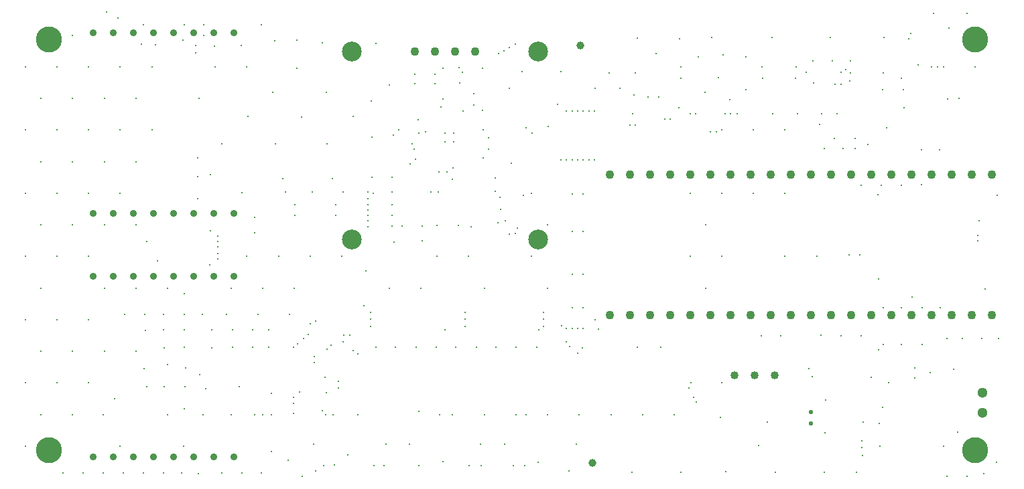
<source format=gbr>
%TF.GenerationSoftware,Altium Limited,Altium Designer,25.5.2 (35)*%
G04 Layer_Color=0*
%FSLAX45Y45*%
%MOMM*%
%TF.SameCoordinates,71E00EFA-37BE-4E02-AFE8-A08B7019828F*%
%TF.FilePolarity,Positive*%
%TF.FileFunction,Plated,1,4,PTH,Drill*%
%TF.Part,Single*%
G01*
G75*
%TA.AperFunction,ComponentDrill*%
%ADD136C,1.00000*%
%ADD137C,1.30000*%
%ADD138C,1.10000*%
%ADD139C,0.88900*%
%ADD140C,1.02000*%
%ADD141C,1.10000*%
%ADD142C,0.55000*%
%TA.AperFunction,ViaDrill,NotFilled*%
%ADD143C,0.20000*%
%ADD144C,2.50000*%
%ADD145C,3.30000*%
D136*
X7262500Y240000D02*
D03*
X7110000Y5520000D02*
D03*
D137*
X12190001Y873000D02*
D03*
Y1127000D02*
D03*
D138*
X5278000Y5445000D02*
D03*
X5532000D02*
D03*
X5024000D02*
D03*
X5786000D02*
D03*
D139*
X2739002Y2603000D02*
D03*
X2231002D02*
D03*
X1977002D02*
D03*
X1723002D02*
D03*
X1469002D02*
D03*
X1215002D02*
D03*
X961002D02*
D03*
X2485002D02*
D03*
Y317000D02*
D03*
X961002D02*
D03*
X1215002D02*
D03*
X1469002D02*
D03*
X1977002D02*
D03*
X2231002D02*
D03*
X2739002D02*
D03*
X1723002D02*
D03*
X2739002Y5683000D02*
D03*
X2231002D02*
D03*
X1977002D02*
D03*
X1723002D02*
D03*
X1469002D02*
D03*
X1215002D02*
D03*
X961002D02*
D03*
X2485002D02*
D03*
Y3397000D02*
D03*
X961002D02*
D03*
X1215002D02*
D03*
X1469002D02*
D03*
X1977002D02*
D03*
X2231002D02*
D03*
X2739002D02*
D03*
X1723002D02*
D03*
D140*
X9567500Y1347500D02*
D03*
X9313500D02*
D03*
X9059500D02*
D03*
D141*
X12313240Y3889253D02*
D03*
X7487240Y2111253D02*
D03*
X12313240D02*
D03*
X12059240D02*
D03*
X11805240D02*
D03*
X11551240D02*
D03*
X11297240D02*
D03*
X11043240D02*
D03*
X10789240D02*
D03*
X10535240D02*
D03*
X10281240D02*
D03*
X10027240D02*
D03*
X9773240D02*
D03*
X9519240D02*
D03*
X9265240D02*
D03*
X9011240D02*
D03*
X12059240Y3889253D02*
D03*
X11805240D02*
D03*
X11551240D02*
D03*
X11297240D02*
D03*
X11043240D02*
D03*
X10789240D02*
D03*
X10535240D02*
D03*
X10281240D02*
D03*
X10027240D02*
D03*
X9773240D02*
D03*
X9519240D02*
D03*
X9265240D02*
D03*
X9011240D02*
D03*
X8757240D02*
D03*
X8503240D02*
D03*
X8249240D02*
D03*
X7995240D02*
D03*
X7741240D02*
D03*
X7487240D02*
D03*
X7741240Y2111253D02*
D03*
X7995240D02*
D03*
X8249240D02*
D03*
X8503240D02*
D03*
X8757240D02*
D03*
D142*
X10030000Y880000D02*
D03*
Y740000D02*
D03*
D143*
X10405535Y1849633D02*
D03*
X12100000Y5249999D02*
D03*
X11700000D02*
D03*
X11900000Y4849999D02*
D03*
X11700000Y450000D02*
D03*
X10900000D02*
D03*
X10100000Y2850000D02*
D03*
X9700000Y4449999D02*
D03*
Y3650000D02*
D03*
Y2850000D02*
D03*
X9300000Y4449999D02*
D03*
Y3650000D02*
D03*
X8900000Y4449999D02*
D03*
Y3650000D02*
D03*
Y2850000D02*
D03*
Y1250000D02*
D03*
X8500000Y3650000D02*
D03*
X8700000Y3250000D02*
D03*
X8500000Y2850000D02*
D03*
X8700000Y2450000D02*
D03*
X8300000Y850000D02*
D03*
X7900000D02*
D03*
X7300000Y2050000D02*
D03*
X7500000Y850000D02*
D03*
X7100000D02*
D03*
X6500000Y3650000D02*
D03*
X6700000Y3250000D02*
D03*
X6500000Y2850000D02*
D03*
X6700000Y2450000D02*
D03*
Y850000D02*
D03*
X6300000D02*
D03*
X5700001Y2850000D02*
D03*
X5900000Y2450000D02*
D03*
Y850000D02*
D03*
X5300001Y2850000D02*
D03*
X5500000Y850000D02*
D03*
X5100000Y2450000D02*
D03*
X4500001Y3650000D02*
D03*
X4700001Y2450000D02*
D03*
X4100001Y2850000D02*
D03*
X4300001Y850000D02*
D03*
X3700001Y2850000D02*
D03*
X3900001Y850000D02*
D03*
X3300001Y2850000D02*
D03*
X3500001Y2450000D02*
D03*
X2900001Y5249999D02*
D03*
Y2850000D02*
D03*
X3100001Y2450000D02*
D03*
Y850000D02*
D03*
X2500001Y5249999D02*
D03*
X2700001Y2450000D02*
D03*
Y850000D02*
D03*
X2300001Y4849999D02*
D03*
X2100001Y450000D02*
D03*
X1700001Y5249999D02*
D03*
Y4449999D02*
D03*
X1900001Y2450000D02*
D03*
Y850000D02*
D03*
X1300001Y5249999D02*
D03*
X1500001Y4849999D02*
D03*
X1300001Y4449999D02*
D03*
X1500001Y4050000D02*
D03*
X1300001Y3650000D02*
D03*
X1500001Y3250000D02*
D03*
Y2450000D02*
D03*
Y1650000D02*
D03*
X1300001Y450000D02*
D03*
X900001Y5249999D02*
D03*
X1100001Y4849999D02*
D03*
X900001Y4449999D02*
D03*
X1100001Y4050000D02*
D03*
X900001Y3650000D02*
D03*
X1100001Y3250000D02*
D03*
X900001Y2850000D02*
D03*
X1100001Y2450000D02*
D03*
X900001Y2050000D02*
D03*
X1100001Y1650000D02*
D03*
X900001Y1250000D02*
D03*
X700001Y5649999D02*
D03*
X500001Y5249999D02*
D03*
X700001Y4849999D02*
D03*
X500001Y4449999D02*
D03*
X700001Y4050000D02*
D03*
X500001Y3650000D02*
D03*
X700001Y3250000D02*
D03*
X500001Y2850000D02*
D03*
Y2050000D02*
D03*
X700001Y1650000D02*
D03*
X500001Y1250000D02*
D03*
X700001Y850000D02*
D03*
X100001Y5249999D02*
D03*
X300001Y4849999D02*
D03*
X100001Y4449999D02*
D03*
X300001Y4050000D02*
D03*
X100001Y3650000D02*
D03*
X300001Y3250000D02*
D03*
X100001Y2850000D02*
D03*
X300001Y2450000D02*
D03*
X100001Y2050000D02*
D03*
X300001Y1650000D02*
D03*
X100001Y1250000D02*
D03*
X300001Y850000D02*
D03*
X100001Y450000D02*
D03*
X5400002Y4410000D02*
D03*
X5510001D02*
D03*
X5400002Y4300000D02*
D03*
X5510001D02*
D03*
X8515000Y1255000D02*
D03*
X6865000Y4070000D02*
D03*
X4460002Y1965000D02*
D03*
Y2055000D02*
D03*
Y2145000D02*
D03*
X5660002Y1965000D02*
D03*
Y2055000D02*
D03*
Y2145000D02*
D03*
X6645001Y1965001D02*
D03*
Y2055001D02*
D03*
Y2145001D02*
D03*
X4202500Y1852500D02*
D03*
X6587500Y1920000D02*
D03*
X6560000Y1700000D02*
D03*
X6300000D02*
D03*
X5040000D02*
D03*
X4780000D02*
D03*
X6977500Y1710000D02*
D03*
X5540000Y1700000D02*
D03*
X5800000D02*
D03*
X6940000Y1770000D02*
D03*
X5290000Y1700000D02*
D03*
X6050000D02*
D03*
X4530000D02*
D03*
X11550000Y5250000D02*
D03*
X11630000Y5247500D02*
D03*
X11260000Y5607500D02*
D03*
X11287500Y5672500D02*
D03*
X5030000Y4077500D02*
D03*
X4986926Y4278924D02*
D03*
X5432500Y3920000D02*
D03*
X5502057Y3970356D02*
D03*
X5155001Y4427500D02*
D03*
X5077109Y4410001D02*
D03*
X5588371Y5043842D02*
D03*
X10890000Y740000D02*
D03*
X10679018Y329018D02*
D03*
X10670001Y430000D02*
D03*
Y520000D02*
D03*
X5067500Y4580000D02*
D03*
X5330001Y3920000D02*
D03*
X5890001Y4450000D02*
D03*
Y4100000D02*
D03*
X11660001Y2202500D02*
D03*
X10940001D02*
D03*
X11170001D02*
D03*
X11430001D02*
D03*
X10873740Y3634074D02*
D03*
X12154750Y3300000D02*
D03*
X12227500Y2442500D02*
D03*
X10645000Y2870000D02*
D03*
X10512500D02*
D03*
X10657500Y3755000D02*
D03*
X10915000D02*
D03*
X11167500D02*
D03*
X11420000Y3757500D02*
D03*
X12379874Y3626124D02*
D03*
X11302500Y2337500D02*
D03*
X10882500Y2570000D02*
D03*
X12135000Y3112500D02*
D03*
Y3047500D02*
D03*
X8575000Y1005000D02*
D03*
X8482378Y1190000D02*
D03*
X1902500Y1480000D02*
D03*
X2107500Y922500D02*
D03*
X2305000Y1355000D02*
D03*
X2125000Y1437500D02*
D03*
X3570000Y1132500D02*
D03*
X3902500Y1130000D02*
D03*
X10522500Y5170000D02*
D03*
Y5330000D02*
D03*
X9835000Y5110000D02*
D03*
X6212500Y3130000D02*
D03*
X4432500Y3225000D02*
D03*
X3672500Y1862500D02*
D03*
X3490000Y990000D02*
D03*
X6070000Y3280000D02*
D03*
X4432500Y3510000D02*
D03*
Y3370000D02*
D03*
X2530000Y2890000D02*
D03*
Y3040000D02*
D03*
X6216543Y5494114D02*
D03*
X6082500Y5417500D02*
D03*
X6107500Y3447500D02*
D03*
X6100000Y3600000D02*
D03*
X6295000Y3140000D02*
D03*
X5230000Y3670000D02*
D03*
X7810000Y4510000D02*
D03*
X7142500Y1690000D02*
D03*
X7150000Y1940000D02*
D03*
X6877500Y1972500D02*
D03*
X7010000Y1940000D02*
D03*
X7290000Y4070000D02*
D03*
X10409705Y5032500D02*
D03*
X10517500Y5072500D02*
D03*
X11377500Y5272500D02*
D03*
X11750000Y4840000D02*
D03*
X9860000Y4660000D02*
D03*
X11170000Y5110000D02*
D03*
X10935005Y4960003D02*
D03*
X2280000Y4100000D02*
D03*
X3617500Y1810000D02*
D03*
X4382500Y2227500D02*
D03*
X5400000Y1925000D02*
D03*
X6397500Y3625000D02*
D03*
X7967499Y4867502D02*
D03*
X8107499Y4867502D02*
D03*
X8072500Y5422500D02*
D03*
X7480000Y5177500D02*
D03*
X7832500Y5610000D02*
D03*
X7807500Y5177500D02*
D03*
X8920000Y5402500D02*
D03*
X10299705Y5330000D02*
D03*
X2437500Y3172500D02*
D03*
X2435000Y2747500D02*
D03*
X1772500Y2792500D02*
D03*
X1622500Y1915000D02*
D03*
X2110000Y1922500D02*
D03*
X1850000Y1920000D02*
D03*
X1230000Y1050000D02*
D03*
X1087500Y847500D02*
D03*
X1605000Y1432500D02*
D03*
X7610000Y4982500D02*
D03*
X8362500Y4732500D02*
D03*
X9415000Y5110000D02*
D03*
X9002500Y4832500D02*
D03*
X8855845Y5111655D02*
D03*
X8692500Y4925000D02*
D03*
X10160000Y4660000D02*
D03*
X9092500D02*
D03*
X7345000Y1927500D02*
D03*
X7012500Y3637500D02*
D03*
Y2205000D02*
D03*
X7010000Y2627500D02*
D03*
X7012500Y3167500D02*
D03*
X7150000D02*
D03*
X7147500Y2627500D02*
D03*
X7150000Y2205000D02*
D03*
Y3637500D02*
D03*
X10270000Y5622500D02*
D03*
X6425000Y4482500D02*
D03*
X4705000Y5017500D02*
D03*
X4244277Y4619277D02*
D03*
X3915000Y4275000D02*
D03*
X3902500Y4925000D02*
D03*
X3591777Y4616777D02*
D03*
X4530874Y5546345D02*
D03*
X3262500Y4272500D02*
D03*
X2585000Y4277500D02*
D03*
X5112500Y3047500D02*
D03*
X4432500Y3300000D02*
D03*
Y3440000D02*
D03*
Y3580000D02*
D03*
Y3670000D02*
D03*
X3857500Y897500D02*
D03*
X6577500Y242500D02*
D03*
X5377500Y252500D02*
D03*
X4177500Y342500D02*
D03*
X11885000Y630000D02*
D03*
X12372500Y247500D02*
D03*
X12215000Y105000D02*
D03*
X11997500Y72500D02*
D03*
X11747500D02*
D03*
X8880000Y810000D02*
D03*
X10690000Y755000D02*
D03*
X10205054Y617500D02*
D03*
X10215000Y1037500D02*
D03*
X8382500Y120000D02*
D03*
X7762500Y122500D02*
D03*
X10195000Y120000D02*
D03*
X10600820Y117093D02*
D03*
X9575000Y122500D02*
D03*
X8948652Y123652D02*
D03*
X3212500Y382500D02*
D03*
X9202500Y4962500D02*
D03*
X3853374Y5551345D02*
D03*
X2440940Y3885000D02*
D03*
X2842500Y3657500D02*
D03*
X3357500Y3835000D02*
D03*
X3977500Y3832500D02*
D03*
X2914277Y4621777D02*
D03*
X3536777Y5229277D02*
D03*
X3225000Y4930000D02*
D03*
X2357500Y5645000D02*
D03*
X2495000Y5515000D02*
D03*
X2827500Y5517500D02*
D03*
X3080000Y5782500D02*
D03*
X2357500Y5785000D02*
D03*
X2107500D02*
D03*
X1125000Y5942500D02*
D03*
X1272500Y5867500D02*
D03*
X1597500Y5787500D02*
D03*
X1742500Y5532500D02*
D03*
X1570000Y5535000D02*
D03*
X2282500Y3857500D02*
D03*
Y3585000D02*
D03*
X3250000Y5582500D02*
D03*
X3530000Y5585000D02*
D03*
X6824516Y4773769D02*
D03*
X4407500Y2665000D02*
D03*
X4762500Y3027500D02*
D03*
X4735000Y3235000D02*
D03*
X4862500D02*
D03*
X5112500Y3237500D02*
D03*
X5300000Y3240000D02*
D03*
X5732500Y3225000D02*
D03*
X5570000Y3240000D02*
D03*
X4962500Y4025000D02*
D03*
X4735000Y3667500D02*
D03*
Y3850000D02*
D03*
X4750000Y4387500D02*
D03*
X11532500Y1377500D02*
D03*
X12400000Y1812500D02*
D03*
X12187500Y1810000D02*
D03*
X11937500D02*
D03*
X11742500D02*
D03*
X9397500Y1847500D02*
D03*
X9647500D02*
D03*
X10152500Y1852500D02*
D03*
X10663457Y1849201D02*
D03*
X7010000Y4690000D02*
D03*
X7150000D02*
D03*
X5380000Y4840000D02*
D03*
Y5232500D02*
D03*
X4482500Y4360000D02*
D03*
Y3850000D02*
D03*
X3602500Y65000D02*
D03*
X3085000Y107500D02*
D03*
X2835000D02*
D03*
X2585000D02*
D03*
X2285000Y105000D02*
D03*
X2075000Y107500D02*
D03*
X4637500Y200000D02*
D03*
X5865000Y202500D02*
D03*
X6867500Y5187500D02*
D03*
X6375000D02*
D03*
X5880000Y4702500D02*
D03*
X6242500Y4030000D02*
D03*
X6042500Y3845000D02*
D03*
X5877500Y5232500D02*
D03*
X6220000Y4977500D02*
D03*
X5635000Y4692500D02*
D03*
X6705000Y4500000D02*
D03*
X10582500Y4220000D02*
D03*
X10132500Y4522500D02*
D03*
X10360000Y4660000D02*
D03*
X10982500Y4477500D02*
D03*
X10940000Y5170000D02*
D03*
X11207500Y4735000D02*
D03*
X9207500Y5377500D02*
D03*
X10055000Y5325000D02*
D03*
X8940000Y4660000D02*
D03*
X7300000Y4982500D02*
D03*
X7290000Y4690000D02*
D03*
X7775000Y4657500D02*
D03*
X8363345Y5606655D02*
D03*
X8600000Y5380000D02*
D03*
X9535000Y5620000D02*
D03*
X10950000Y5622500D02*
D03*
X9540000Y4660000D02*
D03*
X10322500Y4345000D02*
D03*
X10585000Y4347500D02*
D03*
X10747500Y4270000D02*
D03*
X8777500Y5622500D02*
D03*
X2335000Y2120000D02*
D03*
X2647500Y2117500D02*
D03*
X3440000Y2120000D02*
D03*
X3040000D02*
D03*
X2457500Y1922500D02*
D03*
X2720000Y1925000D02*
D03*
X3180000D02*
D03*
X2970000D02*
D03*
Y1700000D02*
D03*
X3180000D02*
D03*
X2720000D02*
D03*
X2457500Y1697500D02*
D03*
X2997500Y3345000D02*
D03*
X3000000Y3147500D02*
D03*
X3510000Y3510000D02*
D03*
Y3367500D02*
D03*
X4020000Y3370000D02*
D03*
Y3510000D02*
D03*
X10929945Y940001D02*
D03*
X10470000Y5217500D02*
D03*
X10059705Y5050000D02*
D03*
X9969705Y5180000D02*
D03*
X10329705Y5032500D02*
D03*
X10409705Y5180000D02*
D03*
X3490000Y860000D02*
D03*
X3212500Y847500D02*
D03*
Y1117500D02*
D03*
X1640000Y3040000D02*
D03*
X1360000Y2120000D02*
D03*
X1610000D02*
D03*
X1850000D02*
D03*
X2110000D02*
D03*
Y2380000D02*
D03*
Y1700000D02*
D03*
X1857500Y1695000D02*
D03*
X1640000Y1200000D02*
D03*
X1860000D02*
D03*
X2802500D02*
D03*
X2385000Y1175000D02*
D03*
X2120000Y1200000D02*
D03*
X9410000Y5250000D02*
D03*
X11829997Y1420000D02*
D03*
X11340000Y1310000D02*
D03*
X11430000Y1740000D02*
D03*
X10940000D02*
D03*
X10880000Y1670000D02*
D03*
X10000000Y1430000D02*
D03*
X8542378Y1070000D02*
D03*
X3770000Y2030000D02*
D03*
X3490000Y1070000D02*
D03*
Y1700000D02*
D03*
X4060000Y1270000D02*
D03*
Y1190000D02*
D03*
X10040503Y1334001D02*
D03*
X9480000Y750000D02*
D03*
X9370000Y460000D02*
D03*
X3770000Y140000D02*
D03*
X3420000Y270000D02*
D03*
X4010000Y210000D02*
D03*
X6410000Y200000D02*
D03*
X6270000D02*
D03*
X5710000D02*
D03*
X5070000D02*
D03*
X4510000D02*
D03*
X3870000D02*
D03*
X6969999Y140001D02*
D03*
X580000Y107500D02*
D03*
X830000D02*
D03*
X1090000D02*
D03*
X1340000D02*
D03*
X1590000D02*
D03*
X1850000D02*
D03*
X2347500Y847500D02*
D03*
X3002500D02*
D03*
X6430000Y850000D02*
D03*
X3992500Y847500D02*
D03*
X5070000Y892500D02*
D03*
X5332500Y850000D02*
D03*
X3890000Y1320000D02*
D03*
X8180000Y4590000D02*
D03*
X11770000Y5740000D02*
D03*
X12000000Y5930000D02*
D03*
X11580000D02*
D03*
X3387500Y3670000D02*
D03*
X3730000D02*
D03*
X4117500D02*
D03*
X4735000Y3370000D02*
D03*
Y3510000D02*
D03*
X7830000Y1700000D02*
D03*
X8130000D02*
D03*
X2090000Y5590000D02*
D03*
X5320000Y3670000D02*
D03*
X4120000Y1770000D02*
D03*
X7080000Y1630000D02*
D03*
X4304751Y1617067D02*
D03*
X8570000Y4660000D02*
D03*
X8830000Y4430000D02*
D03*
X6291076Y5536707D02*
D03*
X5620000Y5180000D02*
D03*
X2250000Y5520000D02*
D03*
X6940000Y4690000D02*
D03*
X7220000D02*
D03*
X7080000D02*
D03*
X6940000Y1940000D02*
D03*
Y4070000D02*
D03*
X7080000D02*
D03*
X7010000D02*
D03*
X7150000D02*
D03*
X7220000D02*
D03*
X7080000Y1940000D02*
D03*
X3750000Y1580000D02*
D03*
X3965000Y1725000D02*
D03*
X3910000Y1680000D02*
D03*
X3750000Y1510000D02*
D03*
X4247500Y1657500D02*
D03*
X4125000Y1852500D02*
D03*
X2530000Y2820000D02*
D03*
Y3110000D02*
D03*
Y2970000D02*
D03*
X3545000Y1747500D02*
D03*
X3705000Y2000000D02*
D03*
X11010002Y1249999D02*
D03*
X10790001Y1320000D02*
D03*
X11340001Y1439999D02*
D03*
X4470001Y4817499D02*
D03*
X6150001Y5450000D02*
D03*
X10200001Y4220000D02*
D03*
X10430001D02*
D03*
X11420001Y4200000D02*
D03*
X11650001D02*
D03*
X4820001Y4450000D02*
D03*
X9010002Y4660000D02*
D03*
X8250001Y4590000D02*
D03*
X6320001Y3210000D02*
D03*
X6170001Y3300000D02*
D03*
X11192499Y4962500D02*
D03*
X6502926Y4411923D02*
D03*
X5020002Y5040002D02*
D03*
X5019999Y5160001D02*
D03*
X5280001Y5039999D02*
D03*
X5280002Y5159999D02*
D03*
X2250002Y5430000D02*
D03*
X5580002Y5240000D02*
D03*
X7787498Y4897499D02*
D03*
X7740002Y4510000D02*
D03*
X8500002Y4660000D02*
D03*
X8760002Y4430000D02*
D03*
X9839711Y5250003D02*
D03*
X5355001Y4742500D02*
D03*
X5497681Y3827680D02*
D03*
X6042502Y3672500D02*
D03*
X5765001Y4914999D02*
D03*
X5950358Y4210354D02*
D03*
X5950356Y4350356D02*
D03*
X5765001Y4765000D02*
D03*
X5017110Y4210004D02*
D03*
X4655001Y475001D02*
D03*
X4955001D02*
D03*
X7065001D02*
D03*
X5855001D02*
D03*
X6155001D02*
D03*
X3745001D02*
D03*
X8387500Y5247500D02*
D03*
X8387501Y5107499D02*
D03*
X11170000Y1740000D02*
D03*
D144*
X6579999Y5445000D02*
D03*
X4230001Y3065005D02*
D03*
X6579999D02*
D03*
X4230001Y5445000D02*
D03*
D145*
X12100002Y5600000D02*
D03*
X400000Y400000D02*
D03*
Y5600000D02*
D03*
X12100002Y400000D02*
D03*
%TF.MD5,43a65841b1893d6e3d6b9bdf9d167186*%
M02*

</source>
